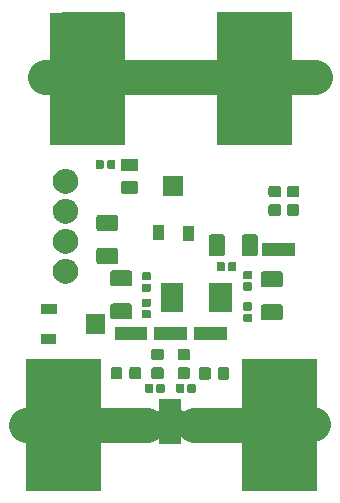
<source format=gbr>
%TF.GenerationSoftware,KiCad,Pcbnew,5.1.5-52549c5~84~ubuntu18.04.1*%
%TF.CreationDate,2020-03-03T14:54:20+01:00*%
%TF.ProjectId,HMC_RF_IPE,484d435f-5246-45f4-9950-452e6b696361,rev?*%
%TF.SameCoordinates,Original*%
%TF.FileFunction,Soldermask,Top*%
%TF.FilePolarity,Negative*%
%FSLAX46Y46*%
G04 Gerber Fmt 4.6, Leading zero omitted, Abs format (unit mm)*
G04 Created by KiCad (PCBNEW 5.1.5-52549c5~84~ubuntu18.04.1) date 2020-03-03 14:54:20*
%MOMM*%
%LPD*%
G04 APERTURE LIST*
%ADD10C,0.100000*%
%ADD11C,3.000000*%
G04 APERTURE END LIST*
D10*
G36*
X136393410Y-97953200D02*
G01*
X130143410Y-97953200D01*
X130143410Y-86793200D01*
X136393410Y-86793200D01*
X136393410Y-97953200D01*
G37*
X136393410Y-97953200D02*
X130143410Y-97953200D01*
X130143410Y-86793200D01*
X136393410Y-86793200D01*
X136393410Y-97953200D01*
G36*
X154703410Y-97953200D02*
G01*
X148453410Y-97953200D01*
X148453410Y-86793200D01*
X154703410Y-86793200D01*
X154703410Y-97953200D01*
G37*
X154703410Y-97953200D02*
X148453410Y-97953200D01*
X148453410Y-86793200D01*
X154703410Y-86793200D01*
X154703410Y-97953200D01*
G36*
X152623410Y-68643200D02*
G01*
X146373410Y-68643200D01*
X146373410Y-57483200D01*
X152623410Y-57483200D01*
X152623410Y-68643200D01*
G37*
X152623410Y-68643200D02*
X146373410Y-68643200D01*
X146373410Y-57483200D01*
X152623410Y-57483200D01*
X152623410Y-68643200D01*
G36*
X138443410Y-68653200D02*
G01*
X132193410Y-68653200D01*
X132193410Y-57493200D01*
X138443410Y-57493200D01*
X138443410Y-68653200D01*
G37*
X138443410Y-68653200D02*
X132193410Y-68653200D01*
X132193410Y-57493200D01*
X138443410Y-57493200D01*
X138443410Y-68653200D01*
D11*
X140443410Y-92373200D02*
X130153410Y-92373200D01*
X154433410Y-92363200D02*
X144403410Y-92373200D01*
X154623410Y-62983200D02*
X131763410Y-62993200D01*
D10*
G36*
X153854410Y-97949200D02*
G01*
X148672410Y-97949200D01*
X148672410Y-95437200D01*
X153854410Y-95437200D01*
X153854410Y-97949200D01*
G37*
G36*
X136134410Y-97949200D02*
G01*
X130952410Y-97949200D01*
X130952410Y-95437200D01*
X136134410Y-95437200D01*
X136134410Y-97949200D01*
G37*
G36*
X143308411Y-91077200D02*
G01*
X143310813Y-91101586D01*
X143317926Y-91125035D01*
X143329477Y-91146646D01*
X143345022Y-91165588D01*
X143363964Y-91181133D01*
X143385575Y-91192684D01*
X143409024Y-91199797D01*
X143433410Y-91202199D01*
X144293210Y-91202199D01*
X144293210Y-93044201D01*
X143433410Y-93044201D01*
X143409024Y-93046603D01*
X143385575Y-93053716D01*
X143363964Y-93065267D01*
X143345022Y-93080812D01*
X143329477Y-93099754D01*
X143317926Y-93121365D01*
X143310813Y-93144814D01*
X143308411Y-93169200D01*
X143308411Y-94029000D01*
X141466409Y-94029000D01*
X141466409Y-93169200D01*
X141464007Y-93144814D01*
X141456894Y-93121365D01*
X141445343Y-93099754D01*
X141429798Y-93080812D01*
X141410856Y-93065267D01*
X141389245Y-93053716D01*
X141365796Y-93046603D01*
X141341410Y-93044201D01*
X140481610Y-93044201D01*
X140481610Y-91202199D01*
X141341410Y-91202199D01*
X141365796Y-91199797D01*
X141389245Y-91192684D01*
X141410856Y-91181133D01*
X141429798Y-91165588D01*
X141445343Y-91146646D01*
X141456894Y-91125035D01*
X141464007Y-91101586D01*
X141466409Y-91077200D01*
X141466409Y-90217400D01*
X143308411Y-90217400D01*
X143308411Y-91077200D01*
G37*
G36*
X133404410Y-92678200D02*
G01*
X130952410Y-92678200D01*
X130952410Y-92068200D01*
X133404410Y-92068200D01*
X133404410Y-92678200D01*
G37*
G36*
X153854410Y-92678200D02*
G01*
X151402410Y-92678200D01*
X151402410Y-92068200D01*
X153854410Y-92068200D01*
X153854410Y-92678200D01*
G37*
G36*
X141815348Y-88934916D02*
G01*
X141835967Y-88941171D01*
X141854963Y-88951324D01*
X141871618Y-88964992D01*
X141885286Y-88981647D01*
X141895439Y-89000643D01*
X141901694Y-89021262D01*
X141904410Y-89048840D01*
X141904410Y-89557560D01*
X141901694Y-89585138D01*
X141895439Y-89605757D01*
X141885286Y-89624753D01*
X141871618Y-89641408D01*
X141854963Y-89655076D01*
X141835967Y-89665229D01*
X141815348Y-89671484D01*
X141787770Y-89674200D01*
X141329050Y-89674200D01*
X141301472Y-89671484D01*
X141280853Y-89665229D01*
X141261857Y-89655076D01*
X141245202Y-89641408D01*
X141231534Y-89624753D01*
X141221381Y-89605757D01*
X141215126Y-89585138D01*
X141212410Y-89557560D01*
X141212410Y-89048840D01*
X141215126Y-89021262D01*
X141221381Y-89000643D01*
X141231534Y-88981647D01*
X141245202Y-88964992D01*
X141261857Y-88951324D01*
X141280853Y-88941171D01*
X141301472Y-88934916D01*
X141329050Y-88932200D01*
X141787770Y-88932200D01*
X141815348Y-88934916D01*
G37*
G36*
X143465348Y-88934916D02*
G01*
X143485967Y-88941171D01*
X143504963Y-88951324D01*
X143521618Y-88964992D01*
X143535286Y-88981647D01*
X143545439Y-89000643D01*
X143551694Y-89021262D01*
X143554410Y-89048840D01*
X143554410Y-89557560D01*
X143551694Y-89585138D01*
X143545439Y-89605757D01*
X143535286Y-89624753D01*
X143521618Y-89641408D01*
X143504963Y-89655076D01*
X143485967Y-89665229D01*
X143465348Y-89671484D01*
X143437770Y-89674200D01*
X142979050Y-89674200D01*
X142951472Y-89671484D01*
X142930853Y-89665229D01*
X142911857Y-89655076D01*
X142895202Y-89641408D01*
X142881534Y-89624753D01*
X142871381Y-89605757D01*
X142865126Y-89585138D01*
X142862410Y-89557560D01*
X142862410Y-89048840D01*
X142865126Y-89021262D01*
X142871381Y-89000643D01*
X142881534Y-88981647D01*
X142895202Y-88964992D01*
X142911857Y-88951324D01*
X142930853Y-88941171D01*
X142951472Y-88934916D01*
X142979050Y-88932200D01*
X143437770Y-88932200D01*
X143465348Y-88934916D01*
G37*
G36*
X144435348Y-88934916D02*
G01*
X144455967Y-88941171D01*
X144474963Y-88951324D01*
X144491618Y-88964992D01*
X144505286Y-88981647D01*
X144515439Y-89000643D01*
X144521694Y-89021262D01*
X144524410Y-89048840D01*
X144524410Y-89557560D01*
X144521694Y-89585138D01*
X144515439Y-89605757D01*
X144505286Y-89624753D01*
X144491618Y-89641408D01*
X144474963Y-89655076D01*
X144455967Y-89665229D01*
X144435348Y-89671484D01*
X144407770Y-89674200D01*
X143949050Y-89674200D01*
X143921472Y-89671484D01*
X143900853Y-89665229D01*
X143881857Y-89655076D01*
X143865202Y-89641408D01*
X143851534Y-89624753D01*
X143841381Y-89605757D01*
X143835126Y-89585138D01*
X143832410Y-89557560D01*
X143832410Y-89048840D01*
X143835126Y-89021262D01*
X143841381Y-89000643D01*
X143851534Y-88981647D01*
X143865202Y-88964992D01*
X143881857Y-88951324D01*
X143900853Y-88941171D01*
X143921472Y-88934916D01*
X143949050Y-88932200D01*
X144407770Y-88932200D01*
X144435348Y-88934916D01*
G37*
G36*
X140845348Y-88934916D02*
G01*
X140865967Y-88941171D01*
X140884963Y-88951324D01*
X140901618Y-88964992D01*
X140915286Y-88981647D01*
X140925439Y-89000643D01*
X140931694Y-89021262D01*
X140934410Y-89048840D01*
X140934410Y-89557560D01*
X140931694Y-89585138D01*
X140925439Y-89605757D01*
X140915286Y-89624753D01*
X140901618Y-89641408D01*
X140884963Y-89655076D01*
X140865967Y-89665229D01*
X140845348Y-89671484D01*
X140817770Y-89674200D01*
X140359050Y-89674200D01*
X140331472Y-89671484D01*
X140310853Y-89665229D01*
X140291857Y-89655076D01*
X140275202Y-89641408D01*
X140261534Y-89624753D01*
X140251381Y-89605757D01*
X140245126Y-89585138D01*
X140242410Y-89557560D01*
X140242410Y-89048840D01*
X140245126Y-89021262D01*
X140251381Y-89000643D01*
X140261534Y-88981647D01*
X140275202Y-88964992D01*
X140291857Y-88951324D01*
X140310853Y-88941171D01*
X140331472Y-88934916D01*
X140359050Y-88932200D01*
X140817770Y-88932200D01*
X140845348Y-88934916D01*
G37*
G36*
X153854410Y-89309200D02*
G01*
X148672410Y-89309200D01*
X148672410Y-86797200D01*
X153854410Y-86797200D01*
X153854410Y-89309200D01*
G37*
G36*
X136134410Y-89309200D02*
G01*
X130952410Y-89309200D01*
X130952410Y-86797200D01*
X136134410Y-86797200D01*
X136134410Y-89309200D01*
G37*
G36*
X147233001Y-87521285D02*
G01*
X147266979Y-87531593D01*
X147298300Y-87548334D01*
X147325749Y-87570861D01*
X147348276Y-87598310D01*
X147365017Y-87629631D01*
X147375325Y-87663609D01*
X147379410Y-87705090D01*
X147379410Y-88381310D01*
X147375325Y-88422791D01*
X147365017Y-88456769D01*
X147348276Y-88488090D01*
X147325749Y-88515539D01*
X147298300Y-88538066D01*
X147266979Y-88554807D01*
X147233001Y-88565115D01*
X147191520Y-88569200D01*
X146590300Y-88569200D01*
X146548819Y-88565115D01*
X146514841Y-88554807D01*
X146483520Y-88538066D01*
X146456071Y-88515539D01*
X146433544Y-88488090D01*
X146416803Y-88456769D01*
X146406495Y-88422791D01*
X146402410Y-88381310D01*
X146402410Y-87705090D01*
X146406495Y-87663609D01*
X146416803Y-87629631D01*
X146433544Y-87598310D01*
X146456071Y-87570861D01*
X146483520Y-87548334D01*
X146514841Y-87531593D01*
X146548819Y-87521285D01*
X146590300Y-87517200D01*
X147191520Y-87517200D01*
X147233001Y-87521285D01*
G37*
G36*
X145658001Y-87521285D02*
G01*
X145691979Y-87531593D01*
X145723300Y-87548334D01*
X145750749Y-87570861D01*
X145773276Y-87598310D01*
X145790017Y-87629631D01*
X145800325Y-87663609D01*
X145804410Y-87705090D01*
X145804410Y-88381310D01*
X145800325Y-88422791D01*
X145790017Y-88456769D01*
X145773276Y-88488090D01*
X145750749Y-88515539D01*
X145723300Y-88538066D01*
X145691979Y-88554807D01*
X145658001Y-88565115D01*
X145616520Y-88569200D01*
X145015300Y-88569200D01*
X144973819Y-88565115D01*
X144939841Y-88554807D01*
X144908520Y-88538066D01*
X144881071Y-88515539D01*
X144858544Y-88488090D01*
X144841803Y-88456769D01*
X144831495Y-88422791D01*
X144827410Y-88381310D01*
X144827410Y-87705090D01*
X144831495Y-87663609D01*
X144841803Y-87629631D01*
X144858544Y-87598310D01*
X144881071Y-87570861D01*
X144908520Y-87548334D01*
X144939841Y-87531593D01*
X144973819Y-87521285D01*
X145015300Y-87517200D01*
X145616520Y-87517200D01*
X145658001Y-87521285D01*
G37*
G36*
X139755501Y-87511285D02*
G01*
X139789479Y-87521593D01*
X139820800Y-87538334D01*
X139848249Y-87560861D01*
X139870776Y-87588310D01*
X139887517Y-87619631D01*
X139897825Y-87653609D01*
X139901910Y-87695090D01*
X139901910Y-88371310D01*
X139897825Y-88412791D01*
X139887517Y-88446769D01*
X139870776Y-88478090D01*
X139848249Y-88505539D01*
X139820800Y-88528066D01*
X139789479Y-88544807D01*
X139755501Y-88555115D01*
X139714020Y-88559200D01*
X139112800Y-88559200D01*
X139071319Y-88555115D01*
X139037341Y-88544807D01*
X139006020Y-88528066D01*
X138978571Y-88505539D01*
X138956044Y-88478090D01*
X138939303Y-88446769D01*
X138928995Y-88412791D01*
X138924910Y-88371310D01*
X138924910Y-87695090D01*
X138928995Y-87653609D01*
X138939303Y-87619631D01*
X138956044Y-87588310D01*
X138978571Y-87560861D01*
X139006020Y-87538334D01*
X139037341Y-87521593D01*
X139071319Y-87511285D01*
X139112800Y-87507200D01*
X139714020Y-87507200D01*
X139755501Y-87511285D01*
G37*
G36*
X138180501Y-87511285D02*
G01*
X138214479Y-87521593D01*
X138245800Y-87538334D01*
X138273249Y-87560861D01*
X138295776Y-87588310D01*
X138312517Y-87619631D01*
X138322825Y-87653609D01*
X138326910Y-87695090D01*
X138326910Y-88371310D01*
X138322825Y-88412791D01*
X138312517Y-88446769D01*
X138295776Y-88478090D01*
X138273249Y-88505539D01*
X138245800Y-88528066D01*
X138214479Y-88544807D01*
X138180501Y-88555115D01*
X138139020Y-88559200D01*
X137537800Y-88559200D01*
X137496319Y-88555115D01*
X137462341Y-88544807D01*
X137431020Y-88528066D01*
X137403571Y-88505539D01*
X137381044Y-88478090D01*
X137364303Y-88446769D01*
X137353995Y-88412791D01*
X137349910Y-88371310D01*
X137349910Y-87695090D01*
X137353995Y-87653609D01*
X137364303Y-87619631D01*
X137381044Y-87588310D01*
X137403571Y-87560861D01*
X137431020Y-87538334D01*
X137462341Y-87521593D01*
X137496319Y-87511285D01*
X137537800Y-87507200D01*
X138139020Y-87507200D01*
X138180501Y-87511285D01*
G37*
G36*
X143903001Y-87546285D02*
G01*
X143936979Y-87556593D01*
X143968300Y-87573334D01*
X143995749Y-87595861D01*
X144018276Y-87623310D01*
X144035017Y-87654631D01*
X144045325Y-87688609D01*
X144049410Y-87730090D01*
X144049410Y-88331310D01*
X144045325Y-88372791D01*
X144035017Y-88406769D01*
X144018276Y-88438090D01*
X143995749Y-88465539D01*
X143968300Y-88488066D01*
X143936979Y-88504807D01*
X143903001Y-88515115D01*
X143861520Y-88519200D01*
X143185300Y-88519200D01*
X143143819Y-88515115D01*
X143109841Y-88504807D01*
X143078520Y-88488066D01*
X143051071Y-88465539D01*
X143028544Y-88438090D01*
X143011803Y-88406769D01*
X143001495Y-88372791D01*
X142997410Y-88331310D01*
X142997410Y-87730090D01*
X143001495Y-87688609D01*
X143011803Y-87654631D01*
X143028544Y-87623310D01*
X143051071Y-87595861D01*
X143078520Y-87573334D01*
X143109841Y-87556593D01*
X143143819Y-87546285D01*
X143185300Y-87542200D01*
X143861520Y-87542200D01*
X143903001Y-87546285D01*
G37*
G36*
X141673001Y-87536285D02*
G01*
X141706979Y-87546593D01*
X141738300Y-87563334D01*
X141765749Y-87585861D01*
X141788276Y-87613310D01*
X141805017Y-87644631D01*
X141815325Y-87678609D01*
X141819410Y-87720090D01*
X141819410Y-88321310D01*
X141815325Y-88362791D01*
X141805017Y-88396769D01*
X141788276Y-88428090D01*
X141765749Y-88455539D01*
X141738300Y-88478066D01*
X141706979Y-88494807D01*
X141673001Y-88505115D01*
X141631520Y-88509200D01*
X140955300Y-88509200D01*
X140913819Y-88505115D01*
X140879841Y-88494807D01*
X140848520Y-88478066D01*
X140821071Y-88455539D01*
X140798544Y-88428090D01*
X140781803Y-88396769D01*
X140771495Y-88362791D01*
X140767410Y-88321310D01*
X140767410Y-87720090D01*
X140771495Y-87678609D01*
X140781803Y-87644631D01*
X140798544Y-87613310D01*
X140821071Y-87585861D01*
X140848520Y-87563334D01*
X140879841Y-87546593D01*
X140913819Y-87536285D01*
X140955300Y-87532200D01*
X141631520Y-87532200D01*
X141673001Y-87536285D01*
G37*
G36*
X143903001Y-85971285D02*
G01*
X143936979Y-85981593D01*
X143968300Y-85998334D01*
X143995749Y-86020861D01*
X144018276Y-86048310D01*
X144035017Y-86079631D01*
X144045325Y-86113609D01*
X144049410Y-86155090D01*
X144049410Y-86756310D01*
X144045325Y-86797791D01*
X144035017Y-86831769D01*
X144018276Y-86863090D01*
X143995749Y-86890539D01*
X143968300Y-86913066D01*
X143936979Y-86929807D01*
X143903001Y-86940115D01*
X143861520Y-86944200D01*
X143185300Y-86944200D01*
X143143819Y-86940115D01*
X143109841Y-86929807D01*
X143078520Y-86913066D01*
X143051071Y-86890539D01*
X143028544Y-86863090D01*
X143011803Y-86831769D01*
X143001495Y-86797791D01*
X142997410Y-86756310D01*
X142997410Y-86155090D01*
X143001495Y-86113609D01*
X143011803Y-86079631D01*
X143028544Y-86048310D01*
X143051071Y-86020861D01*
X143078520Y-85998334D01*
X143109841Y-85981593D01*
X143143819Y-85971285D01*
X143185300Y-85967200D01*
X143861520Y-85967200D01*
X143903001Y-85971285D01*
G37*
G36*
X141673001Y-85961285D02*
G01*
X141706979Y-85971593D01*
X141738300Y-85988334D01*
X141765749Y-86010861D01*
X141788276Y-86038310D01*
X141805017Y-86069631D01*
X141815325Y-86103609D01*
X141819410Y-86145090D01*
X141819410Y-86746310D01*
X141815325Y-86787791D01*
X141805017Y-86821769D01*
X141788276Y-86853090D01*
X141765749Y-86880539D01*
X141738300Y-86903066D01*
X141706979Y-86919807D01*
X141673001Y-86930115D01*
X141631520Y-86934200D01*
X140955300Y-86934200D01*
X140913819Y-86930115D01*
X140879841Y-86919807D01*
X140848520Y-86903066D01*
X140821071Y-86880539D01*
X140798544Y-86853090D01*
X140781803Y-86821769D01*
X140771495Y-86787791D01*
X140767410Y-86746310D01*
X140767410Y-86145090D01*
X140771495Y-86103609D01*
X140781803Y-86069631D01*
X140798544Y-86038310D01*
X140821071Y-86010861D01*
X140848520Y-85988334D01*
X140879841Y-85971593D01*
X140913819Y-85961285D01*
X140955300Y-85957200D01*
X141631520Y-85957200D01*
X141673001Y-85961285D01*
G37*
G36*
X132714310Y-85562900D02*
G01*
X131418510Y-85562900D01*
X131418510Y-84673500D01*
X132714310Y-84673500D01*
X132714310Y-85562900D01*
G37*
G36*
X140442584Y-85204200D02*
G01*
X137670584Y-85204200D01*
X137670584Y-84082200D01*
X140442584Y-84082200D01*
X140442584Y-85204200D01*
G37*
G36*
X143800996Y-85204200D02*
G01*
X141028996Y-85204200D01*
X141028996Y-84082200D01*
X143800996Y-84082200D01*
X143800996Y-85204200D01*
G37*
G36*
X147159410Y-85204200D02*
G01*
X144387410Y-85204200D01*
X144387410Y-84082200D01*
X147159410Y-84082200D01*
X147159410Y-85204200D01*
G37*
G36*
X136892610Y-84686600D02*
G01*
X135266610Y-84686600D01*
X135266610Y-83009800D01*
X136892610Y-83009800D01*
X136892610Y-84686600D01*
G37*
G36*
X149225348Y-83004916D02*
G01*
X149245967Y-83011171D01*
X149264963Y-83021324D01*
X149281618Y-83034992D01*
X149295286Y-83051647D01*
X149305439Y-83070643D01*
X149311694Y-83091262D01*
X149314410Y-83118840D01*
X149314410Y-83577560D01*
X149311694Y-83605138D01*
X149305439Y-83625757D01*
X149295286Y-83644753D01*
X149281618Y-83661408D01*
X149264963Y-83675076D01*
X149245967Y-83685229D01*
X149225348Y-83691484D01*
X149197770Y-83694200D01*
X148689050Y-83694200D01*
X148661472Y-83691484D01*
X148640853Y-83685229D01*
X148621857Y-83675076D01*
X148605202Y-83661408D01*
X148591534Y-83644753D01*
X148581381Y-83625757D01*
X148575126Y-83605138D01*
X148572410Y-83577560D01*
X148572410Y-83118840D01*
X148575126Y-83091262D01*
X148581381Y-83070643D01*
X148591534Y-83051647D01*
X148605202Y-83034992D01*
X148621857Y-83021324D01*
X148640853Y-83011171D01*
X148661472Y-83004916D01*
X148689050Y-83002200D01*
X149197770Y-83002200D01*
X149225348Y-83004916D01*
G37*
G36*
X151752014Y-82211547D02*
G01*
X151788554Y-82222632D01*
X151822231Y-82240633D01*
X151851751Y-82264859D01*
X151875977Y-82294379D01*
X151893978Y-82328056D01*
X151905063Y-82364596D01*
X151909410Y-82408738D01*
X151909410Y-83357662D01*
X151905063Y-83401804D01*
X151893978Y-83438344D01*
X151875977Y-83472021D01*
X151851751Y-83501541D01*
X151822231Y-83525767D01*
X151788554Y-83543768D01*
X151752014Y-83554853D01*
X151707872Y-83559200D01*
X150258948Y-83559200D01*
X150214806Y-83554853D01*
X150178266Y-83543768D01*
X150144589Y-83525767D01*
X150115069Y-83501541D01*
X150090843Y-83472021D01*
X150072842Y-83438344D01*
X150061757Y-83401804D01*
X150057410Y-83357662D01*
X150057410Y-82408738D01*
X150061757Y-82364596D01*
X150072842Y-82328056D01*
X150090843Y-82294379D01*
X150115069Y-82264859D01*
X150144589Y-82240633D01*
X150178266Y-82222632D01*
X150214806Y-82211547D01*
X150258948Y-82207200D01*
X151707872Y-82207200D01*
X151752014Y-82211547D01*
G37*
G36*
X138992014Y-82131547D02*
G01*
X139028554Y-82142632D01*
X139062231Y-82160633D01*
X139091751Y-82184859D01*
X139115977Y-82214379D01*
X139133978Y-82248056D01*
X139145063Y-82284596D01*
X139149410Y-82328738D01*
X139149410Y-83277662D01*
X139145063Y-83321804D01*
X139133978Y-83358344D01*
X139115977Y-83392021D01*
X139091751Y-83421541D01*
X139062231Y-83445767D01*
X139028554Y-83463768D01*
X138992014Y-83474853D01*
X138947872Y-83479200D01*
X137498948Y-83479200D01*
X137454806Y-83474853D01*
X137418266Y-83463768D01*
X137384589Y-83445767D01*
X137355069Y-83421541D01*
X137330843Y-83392021D01*
X137312842Y-83358344D01*
X137301757Y-83321804D01*
X137297410Y-83277662D01*
X137297410Y-82328738D01*
X137301757Y-82284596D01*
X137312842Y-82248056D01*
X137330843Y-82214379D01*
X137355069Y-82184859D01*
X137384589Y-82160633D01*
X137418266Y-82142632D01*
X137454806Y-82131547D01*
X137498948Y-82127200D01*
X138947872Y-82127200D01*
X138992014Y-82131547D01*
G37*
G36*
X140635348Y-82684916D02*
G01*
X140655967Y-82691171D01*
X140674963Y-82701324D01*
X140691618Y-82714992D01*
X140705286Y-82731647D01*
X140715439Y-82750643D01*
X140721694Y-82771262D01*
X140724410Y-82798840D01*
X140724410Y-83257560D01*
X140721694Y-83285138D01*
X140715439Y-83305757D01*
X140705286Y-83324753D01*
X140691618Y-83341408D01*
X140674963Y-83355076D01*
X140655967Y-83365229D01*
X140635348Y-83371484D01*
X140607770Y-83374200D01*
X140099050Y-83374200D01*
X140071472Y-83371484D01*
X140050853Y-83365229D01*
X140031857Y-83355076D01*
X140015202Y-83341408D01*
X140001534Y-83324753D01*
X139991381Y-83305757D01*
X139985126Y-83285138D01*
X139982410Y-83257560D01*
X139982410Y-82798840D01*
X139985126Y-82771262D01*
X139991381Y-82750643D01*
X140001534Y-82731647D01*
X140015202Y-82714992D01*
X140031857Y-82701324D01*
X140050853Y-82691171D01*
X140071472Y-82684916D01*
X140099050Y-82682200D01*
X140607770Y-82682200D01*
X140635348Y-82684916D01*
G37*
G36*
X132765110Y-83022900D02*
G01*
X131469310Y-83022900D01*
X131469310Y-82133500D01*
X132765110Y-82133500D01*
X132765110Y-83022900D01*
G37*
G36*
X147578110Y-82835099D02*
G01*
X145698110Y-82835099D01*
X145698110Y-80351301D01*
X147578110Y-80351301D01*
X147578110Y-82835099D01*
G37*
G36*
X143488710Y-82835099D02*
G01*
X141608710Y-82835099D01*
X141608710Y-80351301D01*
X143488710Y-80351301D01*
X143488710Y-82835099D01*
G37*
G36*
X149225348Y-82034916D02*
G01*
X149245967Y-82041171D01*
X149264963Y-82051324D01*
X149281618Y-82064992D01*
X149295286Y-82081647D01*
X149305439Y-82100643D01*
X149311694Y-82121262D01*
X149314410Y-82148840D01*
X149314410Y-82607560D01*
X149311694Y-82635138D01*
X149305439Y-82655757D01*
X149295286Y-82674753D01*
X149281618Y-82691408D01*
X149264963Y-82705076D01*
X149245967Y-82715229D01*
X149225348Y-82721484D01*
X149197770Y-82724200D01*
X148689050Y-82724200D01*
X148661472Y-82721484D01*
X148640853Y-82715229D01*
X148621857Y-82705076D01*
X148605202Y-82691408D01*
X148591534Y-82674753D01*
X148581381Y-82655757D01*
X148575126Y-82635138D01*
X148572410Y-82607560D01*
X148572410Y-82148840D01*
X148575126Y-82121262D01*
X148581381Y-82100643D01*
X148591534Y-82081647D01*
X148605202Y-82064992D01*
X148621857Y-82051324D01*
X148640853Y-82041171D01*
X148661472Y-82034916D01*
X148689050Y-82032200D01*
X149197770Y-82032200D01*
X149225348Y-82034916D01*
G37*
G36*
X140635348Y-81714916D02*
G01*
X140655967Y-81721171D01*
X140674963Y-81731324D01*
X140691618Y-81744992D01*
X140705286Y-81761647D01*
X140715439Y-81780643D01*
X140721694Y-81801262D01*
X140724410Y-81828840D01*
X140724410Y-82287560D01*
X140721694Y-82315138D01*
X140715439Y-82335757D01*
X140705286Y-82354753D01*
X140691618Y-82371408D01*
X140674963Y-82385076D01*
X140655967Y-82395229D01*
X140635348Y-82401484D01*
X140607770Y-82404200D01*
X140099050Y-82404200D01*
X140071472Y-82401484D01*
X140050853Y-82395229D01*
X140031857Y-82385076D01*
X140015202Y-82371408D01*
X140001534Y-82354753D01*
X139991381Y-82335757D01*
X139985126Y-82315138D01*
X139982410Y-82287560D01*
X139982410Y-81828840D01*
X139985126Y-81801262D01*
X139991381Y-81780643D01*
X140001534Y-81761647D01*
X140015202Y-81744992D01*
X140031857Y-81731324D01*
X140050853Y-81721171D01*
X140071472Y-81714916D01*
X140099050Y-81712200D01*
X140607770Y-81712200D01*
X140635348Y-81714916D01*
G37*
G36*
X140645348Y-80454916D02*
G01*
X140665967Y-80461171D01*
X140684963Y-80471324D01*
X140701618Y-80484992D01*
X140715286Y-80501647D01*
X140725439Y-80520643D01*
X140731694Y-80541262D01*
X140734410Y-80568840D01*
X140734410Y-81027560D01*
X140731694Y-81055138D01*
X140725439Y-81075757D01*
X140715286Y-81094753D01*
X140701618Y-81111408D01*
X140684963Y-81125076D01*
X140665967Y-81135229D01*
X140645348Y-81141484D01*
X140617770Y-81144200D01*
X140109050Y-81144200D01*
X140081472Y-81141484D01*
X140060853Y-81135229D01*
X140041857Y-81125076D01*
X140025202Y-81111408D01*
X140011534Y-81094753D01*
X140001381Y-81075757D01*
X139995126Y-81055138D01*
X139992410Y-81027560D01*
X139992410Y-80568840D01*
X139995126Y-80541262D01*
X140001381Y-80520643D01*
X140011534Y-80501647D01*
X140025202Y-80484992D01*
X140041857Y-80471324D01*
X140060853Y-80461171D01*
X140081472Y-80454916D01*
X140109050Y-80452200D01*
X140617770Y-80452200D01*
X140645348Y-80454916D01*
G37*
G36*
X149225348Y-80344916D02*
G01*
X149245967Y-80351171D01*
X149264963Y-80361324D01*
X149281618Y-80374992D01*
X149295286Y-80391647D01*
X149305439Y-80410643D01*
X149311694Y-80431262D01*
X149314410Y-80458840D01*
X149314410Y-80917560D01*
X149311694Y-80945138D01*
X149305439Y-80965757D01*
X149295286Y-80984753D01*
X149281618Y-81001408D01*
X149264963Y-81015076D01*
X149245967Y-81025229D01*
X149225348Y-81031484D01*
X149197770Y-81034200D01*
X148689050Y-81034200D01*
X148661472Y-81031484D01*
X148640853Y-81025229D01*
X148621857Y-81015076D01*
X148605202Y-81001408D01*
X148591534Y-80984753D01*
X148581381Y-80965757D01*
X148575126Y-80945138D01*
X148572410Y-80917560D01*
X148572410Y-80458840D01*
X148575126Y-80431262D01*
X148581381Y-80410643D01*
X148591534Y-80391647D01*
X148605202Y-80374992D01*
X148621857Y-80361324D01*
X148640853Y-80351171D01*
X148661472Y-80344916D01*
X148689050Y-80342200D01*
X149197770Y-80342200D01*
X149225348Y-80344916D01*
G37*
G36*
X151752014Y-79411547D02*
G01*
X151788554Y-79422632D01*
X151822231Y-79440633D01*
X151851751Y-79464859D01*
X151875977Y-79494379D01*
X151893978Y-79528056D01*
X151905063Y-79564596D01*
X151909410Y-79608738D01*
X151909410Y-80557662D01*
X151905063Y-80601804D01*
X151893978Y-80638344D01*
X151875977Y-80672021D01*
X151851751Y-80701541D01*
X151822231Y-80725767D01*
X151788554Y-80743768D01*
X151752014Y-80754853D01*
X151707872Y-80759200D01*
X150258948Y-80759200D01*
X150214806Y-80754853D01*
X150178266Y-80743768D01*
X150144589Y-80725767D01*
X150115069Y-80701541D01*
X150090843Y-80672021D01*
X150072842Y-80638344D01*
X150061757Y-80601804D01*
X150057410Y-80557662D01*
X150057410Y-79608738D01*
X150061757Y-79564596D01*
X150072842Y-79528056D01*
X150090843Y-79494379D01*
X150115069Y-79464859D01*
X150144589Y-79440633D01*
X150178266Y-79422632D01*
X150214806Y-79411547D01*
X150258948Y-79407200D01*
X151707872Y-79407200D01*
X151752014Y-79411547D01*
G37*
G36*
X138992014Y-79331547D02*
G01*
X139028554Y-79342632D01*
X139062231Y-79360633D01*
X139091751Y-79384859D01*
X139115977Y-79414379D01*
X139133978Y-79448056D01*
X139145063Y-79484596D01*
X139149410Y-79528738D01*
X139149410Y-80477662D01*
X139145063Y-80521804D01*
X139133978Y-80558344D01*
X139115977Y-80592021D01*
X139091751Y-80621541D01*
X139062231Y-80645767D01*
X139028554Y-80663768D01*
X138992014Y-80674853D01*
X138947872Y-80679200D01*
X137498948Y-80679200D01*
X137454806Y-80674853D01*
X137418266Y-80663768D01*
X137384589Y-80645767D01*
X137355069Y-80621541D01*
X137330843Y-80592021D01*
X137312842Y-80558344D01*
X137301757Y-80521804D01*
X137297410Y-80477662D01*
X137297410Y-79528738D01*
X137301757Y-79484596D01*
X137312842Y-79448056D01*
X137330843Y-79414379D01*
X137355069Y-79384859D01*
X137384589Y-79360633D01*
X137418266Y-79342632D01*
X137454806Y-79331547D01*
X137498948Y-79327200D01*
X138947872Y-79327200D01*
X138992014Y-79331547D01*
G37*
G36*
X133754564Y-78359382D02*
G01*
X133822892Y-78372973D01*
X133919437Y-78412963D01*
X134015983Y-78452954D01*
X134189756Y-78569065D01*
X134337545Y-78716854D01*
X134453656Y-78890627D01*
X134533637Y-79083719D01*
X134574410Y-79288699D01*
X134574410Y-79497701D01*
X134533637Y-79702681D01*
X134453656Y-79895773D01*
X134337545Y-80069546D01*
X134189756Y-80217335D01*
X134015983Y-80333446D01*
X133963056Y-80355369D01*
X133822892Y-80413427D01*
X133754564Y-80427018D01*
X133617911Y-80454200D01*
X133408909Y-80454200D01*
X133272256Y-80427018D01*
X133203928Y-80413427D01*
X133063764Y-80355369D01*
X133010837Y-80333446D01*
X132837064Y-80217335D01*
X132689275Y-80069546D01*
X132573164Y-79895773D01*
X132493183Y-79702681D01*
X132452410Y-79497701D01*
X132452410Y-79288699D01*
X132493183Y-79083719D01*
X132573164Y-78890627D01*
X132689275Y-78716854D01*
X132837064Y-78569065D01*
X133010837Y-78452954D01*
X133107383Y-78412964D01*
X133203928Y-78372973D01*
X133272256Y-78359382D01*
X133408909Y-78332200D01*
X133617911Y-78332200D01*
X133754564Y-78359382D01*
G37*
G36*
X140645348Y-79484916D02*
G01*
X140665967Y-79491171D01*
X140684963Y-79501324D01*
X140701618Y-79514992D01*
X140715286Y-79531647D01*
X140725439Y-79550643D01*
X140731694Y-79571262D01*
X140734410Y-79598840D01*
X140734410Y-80057560D01*
X140731694Y-80085138D01*
X140725439Y-80105757D01*
X140715286Y-80124753D01*
X140701618Y-80141408D01*
X140684963Y-80155076D01*
X140665967Y-80165229D01*
X140645348Y-80171484D01*
X140617770Y-80174200D01*
X140109050Y-80174200D01*
X140081472Y-80171484D01*
X140060853Y-80165229D01*
X140041857Y-80155076D01*
X140025202Y-80141408D01*
X140011534Y-80124753D01*
X140001381Y-80105757D01*
X139995126Y-80085138D01*
X139992410Y-80057560D01*
X139992410Y-79598840D01*
X139995126Y-79571262D01*
X140001381Y-79550643D01*
X140011534Y-79531647D01*
X140025202Y-79514992D01*
X140041857Y-79501324D01*
X140060853Y-79491171D01*
X140081472Y-79484916D01*
X140109050Y-79482200D01*
X140617770Y-79482200D01*
X140645348Y-79484916D01*
G37*
G36*
X149225348Y-79374916D02*
G01*
X149245967Y-79381171D01*
X149264963Y-79391324D01*
X149281618Y-79404992D01*
X149295286Y-79421647D01*
X149305439Y-79440643D01*
X149311694Y-79461262D01*
X149314410Y-79488840D01*
X149314410Y-79947560D01*
X149311694Y-79975138D01*
X149305439Y-79995757D01*
X149295286Y-80014753D01*
X149281618Y-80031408D01*
X149264963Y-80045076D01*
X149245967Y-80055229D01*
X149225348Y-80061484D01*
X149197770Y-80064200D01*
X148689050Y-80064200D01*
X148661472Y-80061484D01*
X148640853Y-80055229D01*
X148621857Y-80045076D01*
X148605202Y-80031408D01*
X148591534Y-80014753D01*
X148581381Y-79995757D01*
X148575126Y-79975138D01*
X148572410Y-79947560D01*
X148572410Y-79488840D01*
X148575126Y-79461262D01*
X148581381Y-79440643D01*
X148591534Y-79421647D01*
X148605202Y-79404992D01*
X148621857Y-79391324D01*
X148640853Y-79381171D01*
X148661472Y-79374916D01*
X148689050Y-79372200D01*
X149197770Y-79372200D01*
X149225348Y-79374916D01*
G37*
G36*
X147890348Y-78629916D02*
G01*
X147910967Y-78636171D01*
X147929963Y-78646324D01*
X147946618Y-78659992D01*
X147960286Y-78676647D01*
X147970439Y-78695643D01*
X147976694Y-78716262D01*
X147979410Y-78743840D01*
X147979410Y-79252560D01*
X147976694Y-79280138D01*
X147970439Y-79300757D01*
X147960286Y-79319753D01*
X147946618Y-79336408D01*
X147929963Y-79350076D01*
X147910967Y-79360229D01*
X147890348Y-79366484D01*
X147862770Y-79369200D01*
X147404050Y-79369200D01*
X147376472Y-79366484D01*
X147355853Y-79360229D01*
X147336857Y-79350076D01*
X147320202Y-79336408D01*
X147306534Y-79319753D01*
X147296381Y-79300757D01*
X147290126Y-79280138D01*
X147287410Y-79252560D01*
X147287410Y-78743840D01*
X147290126Y-78716262D01*
X147296381Y-78695643D01*
X147306534Y-78676647D01*
X147320202Y-78659992D01*
X147336857Y-78646324D01*
X147355853Y-78636171D01*
X147376472Y-78629916D01*
X147404050Y-78627200D01*
X147862770Y-78627200D01*
X147890348Y-78629916D01*
G37*
G36*
X146920348Y-78629916D02*
G01*
X146940967Y-78636171D01*
X146959963Y-78646324D01*
X146976618Y-78659992D01*
X146990286Y-78676647D01*
X147000439Y-78695643D01*
X147006694Y-78716262D01*
X147009410Y-78743840D01*
X147009410Y-79252560D01*
X147006694Y-79280138D01*
X147000439Y-79300757D01*
X146990286Y-79319753D01*
X146976618Y-79336408D01*
X146959963Y-79350076D01*
X146940967Y-79360229D01*
X146920348Y-79366484D01*
X146892770Y-79369200D01*
X146434050Y-79369200D01*
X146406472Y-79366484D01*
X146385853Y-79360229D01*
X146366857Y-79350076D01*
X146350202Y-79336408D01*
X146336534Y-79319753D01*
X146326381Y-79300757D01*
X146320126Y-79280138D01*
X146317410Y-79252560D01*
X146317410Y-78743840D01*
X146320126Y-78716262D01*
X146326381Y-78695643D01*
X146336534Y-78676647D01*
X146350202Y-78659992D01*
X146366857Y-78646324D01*
X146385853Y-78636171D01*
X146406472Y-78629916D01*
X146434050Y-78627200D01*
X146892770Y-78627200D01*
X146920348Y-78629916D01*
G37*
G36*
X137822014Y-77429547D02*
G01*
X137858554Y-77440632D01*
X137892231Y-77458633D01*
X137921751Y-77482859D01*
X137945977Y-77512379D01*
X137963978Y-77546056D01*
X137975063Y-77582596D01*
X137979410Y-77626738D01*
X137979410Y-78575662D01*
X137975063Y-78619804D01*
X137963978Y-78656344D01*
X137945977Y-78690021D01*
X137921751Y-78719541D01*
X137892231Y-78743767D01*
X137858554Y-78761768D01*
X137822014Y-78772853D01*
X137777872Y-78777200D01*
X136328948Y-78777200D01*
X136284806Y-78772853D01*
X136248266Y-78761768D01*
X136214589Y-78743767D01*
X136185069Y-78719541D01*
X136160843Y-78690021D01*
X136142842Y-78656344D01*
X136131757Y-78619804D01*
X136127410Y-78575662D01*
X136127410Y-77626738D01*
X136131757Y-77582596D01*
X136142842Y-77546056D01*
X136160843Y-77512379D01*
X136185069Y-77482859D01*
X136214589Y-77458633D01*
X136248266Y-77440632D01*
X136284806Y-77429547D01*
X136328948Y-77425200D01*
X137777872Y-77425200D01*
X137822014Y-77429547D01*
G37*
G36*
X149640014Y-76276547D02*
G01*
X149676554Y-76287632D01*
X149710231Y-76305633D01*
X149739751Y-76329859D01*
X149763977Y-76359379D01*
X149781978Y-76393056D01*
X149793063Y-76429596D01*
X149797410Y-76473738D01*
X149797410Y-77922662D01*
X149793063Y-77966804D01*
X149781978Y-78003344D01*
X149763977Y-78037021D01*
X149739751Y-78066541D01*
X149710231Y-78090767D01*
X149676554Y-78108768D01*
X149640014Y-78119853D01*
X149595872Y-78124200D01*
X148646948Y-78124200D01*
X148602806Y-78119853D01*
X148566266Y-78108768D01*
X148532589Y-78090767D01*
X148503069Y-78066541D01*
X148478843Y-78037021D01*
X148460842Y-78003344D01*
X148449757Y-77966804D01*
X148445410Y-77922662D01*
X148445410Y-76473738D01*
X148449757Y-76429596D01*
X148460842Y-76393056D01*
X148478843Y-76359379D01*
X148503069Y-76329859D01*
X148532589Y-76305633D01*
X148566266Y-76287632D01*
X148602806Y-76276547D01*
X148646948Y-76272200D01*
X149595872Y-76272200D01*
X149640014Y-76276547D01*
G37*
G36*
X146840014Y-76276547D02*
G01*
X146876554Y-76287632D01*
X146910231Y-76305633D01*
X146939751Y-76329859D01*
X146963977Y-76359379D01*
X146981978Y-76393056D01*
X146993063Y-76429596D01*
X146997410Y-76473738D01*
X146997410Y-77922662D01*
X146993063Y-77966804D01*
X146981978Y-78003344D01*
X146963977Y-78037021D01*
X146939751Y-78066541D01*
X146910231Y-78090767D01*
X146876554Y-78108768D01*
X146840014Y-78119853D01*
X146795872Y-78124200D01*
X145846948Y-78124200D01*
X145802806Y-78119853D01*
X145766266Y-78108768D01*
X145732589Y-78090767D01*
X145703069Y-78066541D01*
X145678843Y-78037021D01*
X145660842Y-78003344D01*
X145649757Y-77966804D01*
X145645410Y-77922662D01*
X145645410Y-76473738D01*
X145649757Y-76429596D01*
X145660842Y-76393056D01*
X145678843Y-76359379D01*
X145703069Y-76329859D01*
X145732589Y-76305633D01*
X145766266Y-76287632D01*
X145802806Y-76276547D01*
X145846948Y-76272200D01*
X146795872Y-76272200D01*
X146840014Y-76276547D01*
G37*
G36*
X152917410Y-78109200D02*
G01*
X150145410Y-78109200D01*
X150145410Y-76987200D01*
X152917410Y-76987200D01*
X152917410Y-78109200D01*
G37*
G36*
X133708795Y-75810278D02*
G01*
X133822892Y-75832973D01*
X133919437Y-75872963D01*
X134015983Y-75912954D01*
X134189756Y-76029065D01*
X134337545Y-76176854D01*
X134453656Y-76350627D01*
X134486366Y-76429596D01*
X134533174Y-76542600D01*
X134533637Y-76543719D01*
X134574410Y-76748699D01*
X134574410Y-76957701D01*
X134533637Y-77162681D01*
X134453656Y-77355773D01*
X134337545Y-77529546D01*
X134189756Y-77677335D01*
X134015983Y-77793446D01*
X133919437Y-77833436D01*
X133822892Y-77873427D01*
X133754564Y-77887018D01*
X133617911Y-77914200D01*
X133408909Y-77914200D01*
X133272256Y-77887018D01*
X133203928Y-77873427D01*
X133107383Y-77833436D01*
X133010837Y-77793446D01*
X132837064Y-77677335D01*
X132689275Y-77529546D01*
X132573164Y-77355773D01*
X132493183Y-77162681D01*
X132452410Y-76957701D01*
X132452410Y-76748699D01*
X132493183Y-76543719D01*
X132493647Y-76542600D01*
X132540454Y-76429596D01*
X132573164Y-76350627D01*
X132689275Y-76176854D01*
X132837064Y-76029065D01*
X133010837Y-75912954D01*
X133107383Y-75872964D01*
X133203928Y-75832973D01*
X133318025Y-75810278D01*
X133408909Y-75792200D01*
X133617911Y-75792200D01*
X133708795Y-75810278D01*
G37*
G36*
X144356110Y-76841100D02*
G01*
X143466710Y-76841100D01*
X143466710Y-75545300D01*
X144356110Y-75545300D01*
X144356110Y-76841100D01*
G37*
G36*
X141816110Y-76790300D02*
G01*
X140926710Y-76790300D01*
X140926710Y-75494500D01*
X141816110Y-75494500D01*
X141816110Y-76790300D01*
G37*
G36*
X137822014Y-74629547D02*
G01*
X137858554Y-74640632D01*
X137892231Y-74658633D01*
X137921751Y-74682859D01*
X137945977Y-74712379D01*
X137963978Y-74746056D01*
X137975063Y-74782596D01*
X137979410Y-74826738D01*
X137979410Y-75775662D01*
X137975063Y-75819804D01*
X137963978Y-75856344D01*
X137945977Y-75890021D01*
X137921751Y-75919541D01*
X137892231Y-75943767D01*
X137858554Y-75961768D01*
X137822014Y-75972853D01*
X137777872Y-75977200D01*
X136328948Y-75977200D01*
X136284806Y-75972853D01*
X136248266Y-75961768D01*
X136214589Y-75943767D01*
X136185069Y-75919541D01*
X136160843Y-75890021D01*
X136142842Y-75856344D01*
X136131757Y-75819804D01*
X136127410Y-75775662D01*
X136127410Y-74826738D01*
X136131757Y-74782596D01*
X136142842Y-74746056D01*
X136160843Y-74712379D01*
X136185069Y-74682859D01*
X136214589Y-74658633D01*
X136248266Y-74640632D01*
X136284806Y-74629547D01*
X136328948Y-74625200D01*
X137777872Y-74625200D01*
X137822014Y-74629547D01*
G37*
G36*
X133754564Y-73279382D02*
G01*
X133822892Y-73292973D01*
X133919437Y-73332963D01*
X134015983Y-73372954D01*
X134189756Y-73489065D01*
X134337545Y-73636854D01*
X134453656Y-73810627D01*
X134533637Y-74003719D01*
X134574410Y-74208699D01*
X134574410Y-74417701D01*
X134557522Y-74502601D01*
X134533637Y-74622682D01*
X134514838Y-74668066D01*
X134453656Y-74815773D01*
X134337545Y-74989546D01*
X134189756Y-75137335D01*
X134015983Y-75253446D01*
X133919437Y-75293436D01*
X133822892Y-75333427D01*
X133754564Y-75347018D01*
X133617911Y-75374200D01*
X133408909Y-75374200D01*
X133272256Y-75347018D01*
X133203928Y-75333427D01*
X133107383Y-75293436D01*
X133010837Y-75253446D01*
X132837064Y-75137335D01*
X132689275Y-74989546D01*
X132573164Y-74815773D01*
X132511982Y-74668066D01*
X132493183Y-74622682D01*
X132469298Y-74502601D01*
X132452410Y-74417701D01*
X132452410Y-74208699D01*
X132493183Y-74003719D01*
X132573164Y-73810627D01*
X132689275Y-73636854D01*
X132837064Y-73489065D01*
X133010837Y-73372954D01*
X133107383Y-73332963D01*
X133203928Y-73292973D01*
X133272256Y-73279382D01*
X133408909Y-73252200D01*
X133617911Y-73252200D01*
X133754564Y-73279382D01*
G37*
G36*
X153173001Y-73726285D02*
G01*
X153206979Y-73736593D01*
X153238300Y-73753334D01*
X153265749Y-73775861D01*
X153288276Y-73803310D01*
X153305017Y-73834631D01*
X153315325Y-73868609D01*
X153319410Y-73910090D01*
X153319410Y-74511310D01*
X153315325Y-74552791D01*
X153305017Y-74586769D01*
X153288276Y-74618090D01*
X153265749Y-74645539D01*
X153238300Y-74668066D01*
X153206979Y-74684807D01*
X153173001Y-74695115D01*
X153131520Y-74699200D01*
X152455300Y-74699200D01*
X152413819Y-74695115D01*
X152379841Y-74684807D01*
X152348520Y-74668066D01*
X152321071Y-74645539D01*
X152298544Y-74618090D01*
X152281803Y-74586769D01*
X152271495Y-74552791D01*
X152267410Y-74511310D01*
X152267410Y-73910090D01*
X152271495Y-73868609D01*
X152281803Y-73834631D01*
X152298544Y-73803310D01*
X152321071Y-73775861D01*
X152348520Y-73753334D01*
X152379841Y-73736593D01*
X152413819Y-73726285D01*
X152455300Y-73722200D01*
X153131520Y-73722200D01*
X153173001Y-73726285D01*
G37*
G36*
X151603001Y-73726285D02*
G01*
X151636979Y-73736593D01*
X151668300Y-73753334D01*
X151695749Y-73775861D01*
X151718276Y-73803310D01*
X151735017Y-73834631D01*
X151745325Y-73868609D01*
X151749410Y-73910090D01*
X151749410Y-74511310D01*
X151745325Y-74552791D01*
X151735017Y-74586769D01*
X151718276Y-74618090D01*
X151695749Y-74645539D01*
X151668300Y-74668066D01*
X151636979Y-74684807D01*
X151603001Y-74695115D01*
X151561520Y-74699200D01*
X150885300Y-74699200D01*
X150843819Y-74695115D01*
X150809841Y-74684807D01*
X150778520Y-74668066D01*
X150751071Y-74645539D01*
X150728544Y-74618090D01*
X150711803Y-74586769D01*
X150701495Y-74552791D01*
X150697410Y-74511310D01*
X150697410Y-73910090D01*
X150701495Y-73868609D01*
X150711803Y-73834631D01*
X150728544Y-73803310D01*
X150751071Y-73775861D01*
X150778520Y-73753334D01*
X150809841Y-73736593D01*
X150843819Y-73726285D01*
X150885300Y-73722200D01*
X151561520Y-73722200D01*
X151603001Y-73726285D01*
G37*
G36*
X153173001Y-72151285D02*
G01*
X153206979Y-72161593D01*
X153238300Y-72178334D01*
X153265749Y-72200861D01*
X153288276Y-72228310D01*
X153305017Y-72259631D01*
X153315325Y-72293609D01*
X153319410Y-72335090D01*
X153319410Y-72936310D01*
X153315325Y-72977791D01*
X153305017Y-73011769D01*
X153288276Y-73043090D01*
X153265749Y-73070539D01*
X153238300Y-73093066D01*
X153206979Y-73109807D01*
X153173001Y-73120115D01*
X153131520Y-73124200D01*
X152455300Y-73124200D01*
X152413819Y-73120115D01*
X152379841Y-73109807D01*
X152348520Y-73093066D01*
X152321071Y-73070539D01*
X152298544Y-73043090D01*
X152281803Y-73011769D01*
X152271495Y-72977791D01*
X152267410Y-72936310D01*
X152267410Y-72335090D01*
X152271495Y-72293609D01*
X152281803Y-72259631D01*
X152298544Y-72228310D01*
X152321071Y-72200861D01*
X152348520Y-72178334D01*
X152379841Y-72161593D01*
X152413819Y-72151285D01*
X152455300Y-72147200D01*
X153131520Y-72147200D01*
X153173001Y-72151285D01*
G37*
G36*
X151603001Y-72151285D02*
G01*
X151636979Y-72161593D01*
X151668300Y-72178334D01*
X151695749Y-72200861D01*
X151718276Y-72228310D01*
X151735017Y-72259631D01*
X151745325Y-72293609D01*
X151749410Y-72335090D01*
X151749410Y-72936310D01*
X151745325Y-72977791D01*
X151735017Y-73011769D01*
X151718276Y-73043090D01*
X151695749Y-73070539D01*
X151668300Y-73093066D01*
X151636979Y-73109807D01*
X151603001Y-73120115D01*
X151561520Y-73124200D01*
X150885300Y-73124200D01*
X150843819Y-73120115D01*
X150809841Y-73109807D01*
X150778520Y-73093066D01*
X150751071Y-73070539D01*
X150728544Y-73043090D01*
X150711803Y-73011769D01*
X150701495Y-72977791D01*
X150697410Y-72936310D01*
X150697410Y-72335090D01*
X150701495Y-72293609D01*
X150711803Y-72259631D01*
X150728544Y-72228310D01*
X150751071Y-72200861D01*
X150778520Y-72178334D01*
X150809841Y-72161593D01*
X150843819Y-72151285D01*
X150885300Y-72147200D01*
X151561520Y-72147200D01*
X151603001Y-72151285D01*
G37*
G36*
X143479810Y-72993000D02*
G01*
X141803010Y-72993000D01*
X141803010Y-71367000D01*
X143479810Y-71367000D01*
X143479810Y-72993000D01*
G37*
G36*
X133739130Y-70736312D02*
G01*
X133822892Y-70752973D01*
X133895354Y-70782988D01*
X134015983Y-70832954D01*
X134189756Y-70949065D01*
X134337545Y-71096854D01*
X134453656Y-71270627D01*
X134533637Y-71463719D01*
X134574410Y-71668699D01*
X134574410Y-71877701D01*
X134547228Y-72014354D01*
X134533637Y-72082682D01*
X134504969Y-72151893D01*
X134453656Y-72275773D01*
X134337545Y-72449546D01*
X134189756Y-72597335D01*
X134015983Y-72713446D01*
X133938986Y-72745339D01*
X133822892Y-72793427D01*
X133771220Y-72803705D01*
X133617911Y-72834200D01*
X133408909Y-72834200D01*
X133255600Y-72803705D01*
X133203928Y-72793427D01*
X133087834Y-72745339D01*
X133010837Y-72713446D01*
X132837064Y-72597335D01*
X132689275Y-72449546D01*
X132573164Y-72275773D01*
X132521851Y-72151893D01*
X132493183Y-72082682D01*
X132479592Y-72014354D01*
X132452410Y-71877701D01*
X132452410Y-71668699D01*
X132493183Y-71463719D01*
X132573164Y-71270627D01*
X132689275Y-71096854D01*
X132837064Y-70949065D01*
X133010837Y-70832954D01*
X133131466Y-70782988D01*
X133203928Y-70752973D01*
X133287690Y-70736312D01*
X133408909Y-70712200D01*
X133617911Y-70712200D01*
X133739130Y-70736312D01*
G37*
G36*
X139507878Y-71751765D02*
G01*
X139546548Y-71763496D01*
X139582187Y-71782546D01*
X139613427Y-71808183D01*
X139639064Y-71839423D01*
X139658114Y-71875062D01*
X139669845Y-71913732D01*
X139674410Y-71960088D01*
X139674410Y-72611312D01*
X139669845Y-72657668D01*
X139658114Y-72696338D01*
X139639064Y-72731977D01*
X139613427Y-72763217D01*
X139582187Y-72788854D01*
X139546548Y-72807904D01*
X139507878Y-72819635D01*
X139461522Y-72824200D01*
X138385298Y-72824200D01*
X138338942Y-72819635D01*
X138300272Y-72807904D01*
X138264633Y-72788854D01*
X138233393Y-72763217D01*
X138207756Y-72731977D01*
X138188706Y-72696338D01*
X138176975Y-72657668D01*
X138172410Y-72611312D01*
X138172410Y-71960088D01*
X138176975Y-71913732D01*
X138188706Y-71875062D01*
X138207756Y-71839423D01*
X138233393Y-71808183D01*
X138264633Y-71782546D01*
X138300272Y-71763496D01*
X138338942Y-71751765D01*
X138385298Y-71747200D01*
X139461522Y-71747200D01*
X139507878Y-71751765D01*
G37*
G36*
X139507878Y-69876765D02*
G01*
X139546548Y-69888496D01*
X139582187Y-69907546D01*
X139613427Y-69933183D01*
X139639064Y-69964423D01*
X139658114Y-70000062D01*
X139669845Y-70038732D01*
X139674410Y-70085088D01*
X139674410Y-70736312D01*
X139669845Y-70782668D01*
X139658114Y-70821338D01*
X139639064Y-70856977D01*
X139613427Y-70888217D01*
X139582187Y-70913854D01*
X139546548Y-70932904D01*
X139507878Y-70944635D01*
X139461522Y-70949200D01*
X138385298Y-70949200D01*
X138338942Y-70944635D01*
X138300272Y-70932904D01*
X138264633Y-70913854D01*
X138233393Y-70888217D01*
X138207756Y-70856977D01*
X138188706Y-70821338D01*
X138176975Y-70782668D01*
X138172410Y-70736312D01*
X138172410Y-70085088D01*
X138176975Y-70038732D01*
X138188706Y-70000062D01*
X138207756Y-69964423D01*
X138233393Y-69933183D01*
X138264633Y-69907546D01*
X138300272Y-69888496D01*
X138338942Y-69876765D01*
X138385298Y-69872200D01*
X139461522Y-69872200D01*
X139507878Y-69876765D01*
G37*
G36*
X136670348Y-69979916D02*
G01*
X136690967Y-69986171D01*
X136709963Y-69996324D01*
X136726618Y-70009992D01*
X136740286Y-70026647D01*
X136750439Y-70045643D01*
X136756694Y-70066262D01*
X136759410Y-70093840D01*
X136759410Y-70602560D01*
X136756694Y-70630138D01*
X136750439Y-70650757D01*
X136740286Y-70669753D01*
X136726618Y-70686408D01*
X136709963Y-70700076D01*
X136690967Y-70710229D01*
X136670348Y-70716484D01*
X136642770Y-70719200D01*
X136184050Y-70719200D01*
X136156472Y-70716484D01*
X136135853Y-70710229D01*
X136116857Y-70700076D01*
X136100202Y-70686408D01*
X136086534Y-70669753D01*
X136076381Y-70650757D01*
X136070126Y-70630138D01*
X136067410Y-70602560D01*
X136067410Y-70093840D01*
X136070126Y-70066262D01*
X136076381Y-70045643D01*
X136086534Y-70026647D01*
X136100202Y-70009992D01*
X136116857Y-69996324D01*
X136135853Y-69986171D01*
X136156472Y-69979916D01*
X136184050Y-69977200D01*
X136642770Y-69977200D01*
X136670348Y-69979916D01*
G37*
G36*
X137640348Y-69979916D02*
G01*
X137660967Y-69986171D01*
X137679963Y-69996324D01*
X137696618Y-70009992D01*
X137710286Y-70026647D01*
X137720439Y-70045643D01*
X137726694Y-70066262D01*
X137729410Y-70093840D01*
X137729410Y-70602560D01*
X137726694Y-70630138D01*
X137720439Y-70650757D01*
X137710286Y-70669753D01*
X137696618Y-70686408D01*
X137679963Y-70700076D01*
X137660967Y-70710229D01*
X137640348Y-70716484D01*
X137612770Y-70719200D01*
X137154050Y-70719200D01*
X137126472Y-70716484D01*
X137105853Y-70710229D01*
X137086857Y-70700076D01*
X137070202Y-70686408D01*
X137056534Y-70669753D01*
X137046381Y-70650757D01*
X137040126Y-70630138D01*
X137037410Y-70602560D01*
X137037410Y-70093840D01*
X137040126Y-70066262D01*
X137046381Y-70045643D01*
X137056534Y-70026647D01*
X137070202Y-70009992D01*
X137086857Y-69996324D01*
X137105853Y-69986171D01*
X137126472Y-69979916D01*
X137154050Y-69977200D01*
X137612770Y-69977200D01*
X137640348Y-69979916D01*
G37*
G36*
X151564410Y-68609200D02*
G01*
X146382410Y-68609200D01*
X146382410Y-66097200D01*
X151564410Y-66097200D01*
X151564410Y-68609200D01*
G37*
G36*
X138429410Y-68599200D02*
G01*
X133247410Y-68599200D01*
X133247410Y-66087200D01*
X138429410Y-66087200D01*
X138429410Y-68599200D01*
G37*
G36*
X151564410Y-63338200D02*
G01*
X149112410Y-63338200D01*
X149112410Y-62728200D01*
X151564410Y-62728200D01*
X151564410Y-63338200D01*
G37*
G36*
X135699410Y-63328200D02*
G01*
X133247410Y-63328200D01*
X133247410Y-62718200D01*
X135699410Y-62718200D01*
X135699410Y-63328200D01*
G37*
G36*
X151564410Y-59969200D02*
G01*
X146382410Y-59969200D01*
X146382410Y-57457200D01*
X151564410Y-57457200D01*
X151564410Y-59969200D01*
G37*
G36*
X138429410Y-59959200D02*
G01*
X133247410Y-59959200D01*
X133247410Y-57447200D01*
X138429410Y-57447200D01*
X138429410Y-59959200D01*
G37*
M02*

</source>
